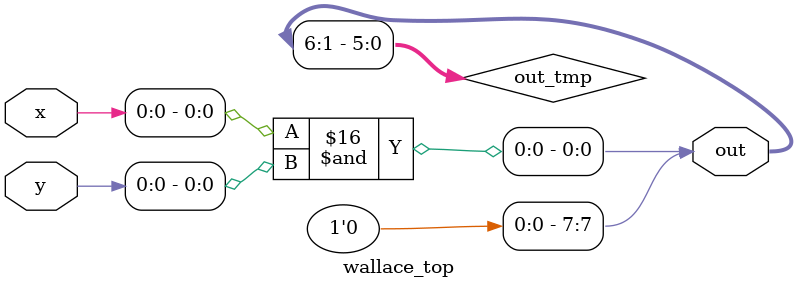
<source format=v>
`include "/Users/alexieshe/Desktop/MyDigitalworks/My_Digitalworks/System_design/Wallace/src/fall_adder_down.v"
`include "/Users/alexieshe/Desktop/MyDigitalworks/My_Digitalworks/System_design/Wallace/src/half_adder_down.v"
`include "/Users/alexieshe/Desktop/MyDigitalworks/My_Digitalworks/System_design/Wallace/src/add_down.v"//注意包含的是绝对路径
module wallace_top (
    input [3:0] x,y,
    output [7:0] out
);//顶层模块
wire cout,HA_in_1,HA_out_1,HA_in_2,HA_out_2,HA_in_3,HA_out_3,FA_in_1,FA_out_1,FA_in_2,FA_out_2,FA_in_3,FA_out_3 ;
wire [5:0]out_tmp;
    half_adder_down h1(.x(x[0]&y[3]),.y(x[1]&y[2]),.out_in(HA_in_1),.out(HA_out_1));
    half_adder_down h2(.x(x[1]&y[3]),.y(x[2]&y[2]),.out_in(HA_in_2),.out(HA_out_2));
    half_adder_down h3(.x(x[0]&y[2]),.y(x[1]&y[1]),.out_in(HA_in_3),.out(HA_out_3));
    fall_adder_down f1(.x(x[2]&y[1]),.y(x[3]&y[0]),.in(HA_out_1),.out_in(FA_in_1),.out(FA_out_1));
    fall_adder_down f2(.x(x[3]&y[1]),.y(HA_out_2),.in(HA_in_1),.out_in(FA_in_2),.out(FA_out_2));
    fall_adder_down f3(.x(x[3]&y[2]),.y(HA_in_2),.in(x[2]&y[3]),.out_in(FA_in_3),.out(FA_out_3));
    add a1(.add_a({FA_in_3,FA_out_3,FA_out_2,FA_out_1,x[2]&y[0],x[0]&y[1]}),.add_b({x[3]&y[3],FA_in_2,FA_in_1,HA_in_3,HA_out_3,x[1]&y[0]}),.out());//注意这里的add模块中，最后是输出7位比特的信号，out={add_a+add_b,x[0]&y[0]}
    assign out={out_tmp,x[0]&y[0]};
endmodule
</source>
